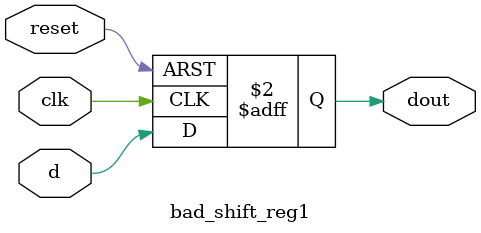
<source format=v>
module bad_shift_reg1 (
	input 		clk , 
	input 		reset , 
	input 		d , 
	output 	reg 	dout
);

reg q1;
always @ (posedge clk , posedge reset)
begin
	if(reset)
	begin
		q1 = 1'b0;
		dout = 1'b0;
	end
	else
	begin
		// By the time q1 is assigned to dout value of q1 will be d
		// hence only one flop is inferred though aim is to have two flops
		q1 = d;
		dout = q1;
	end
end

endmodule

</source>
